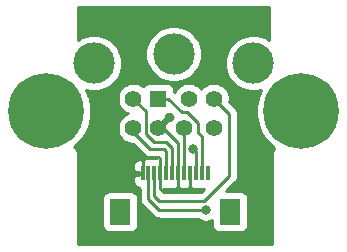
<source format=gtl>
%TF.GenerationSoftware,KiCad,Pcbnew,5.1.12-84ad8e8a86~92~ubuntu20.04.1*%
%TF.CreationDate,2021-12-07T00:18:18-06:00*%
%TF.ProjectId,portboard_ffc,706f7274-626f-4617-9264-5f6666632e6b,rev?*%
%TF.SameCoordinates,Original*%
%TF.FileFunction,Copper,L1,Top*%
%TF.FilePolarity,Positive*%
%FSLAX46Y46*%
G04 Gerber Fmt 4.6, Leading zero omitted, Abs format (unit mm)*
G04 Created by KiCad (PCBNEW 5.1.12-84ad8e8a86~92~ubuntu20.04.1) date 2021-12-07 00:18:18*
%MOMM*%
%LPD*%
G01*
G04 APERTURE LIST*
%TA.AperFunction,SMDPad,CuDef*%
%ADD10R,0.300000X1.300000*%
%TD*%
%TA.AperFunction,SMDPad,CuDef*%
%ADD11R,1.800000X2.200000*%
%TD*%
%TA.AperFunction,ComponentPad*%
%ADD12C,1.422400*%
%TD*%
%TA.AperFunction,ComponentPad*%
%ADD13R,1.422400X1.422400*%
%TD*%
%TA.AperFunction,ComponentPad*%
%ADD14C,3.500000*%
%TD*%
%TA.AperFunction,ComponentPad*%
%ADD15C,6.400000*%
%TD*%
%TA.AperFunction,ViaPad*%
%ADD16C,0.800000*%
%TD*%
%TA.AperFunction,Conductor*%
%ADD17C,0.250000*%
%TD*%
%TA.AperFunction,Conductor*%
%ADD18C,0.254000*%
%TD*%
%TA.AperFunction,Conductor*%
%ADD19C,0.150000*%
%TD*%
G04 APERTURE END LIST*
D10*
%TO.P,J1,12*%
%TO.N,+5V*%
X69806000Y-44886000D03*
%TO.P,J1,11*%
%TO.N,/HSKo*%
X69306000Y-44886000D03*
%TO.P,J1,10*%
%TO.N,/HSKi*%
X68806000Y-44886000D03*
%TO.P,J1,9*%
%TO.N,GND*%
X68306000Y-44886000D03*
%TO.P,J1,8*%
%TO.N,/GPi*%
X67806000Y-44886000D03*
%TO.P,J1,7*%
%TO.N,GND*%
X67306000Y-44886000D03*
%TO.P,J1,6*%
%TO.N,/TXD-*%
X66806000Y-44886000D03*
%TO.P,J1,5*%
%TO.N,/TXD+*%
X66306000Y-44886000D03*
%TO.P,J1,4*%
%TO.N,GND*%
X65806000Y-44886000D03*
%TO.P,J1,3*%
%TO.N,/RXD-*%
X65306000Y-44886000D03*
%TO.P,J1,2*%
%TO.N,/RXD+*%
X64806000Y-44886000D03*
%TO.P,J1,1*%
%TO.N,GND*%
X64306000Y-44886000D03*
D11*
%TO.P,J1,MP*%
%TO.N,N/C*%
X62406000Y-48136000D03*
X71706000Y-48136000D03*
%TD*%
D12*
%TO.P,J2,7*%
%TO.N,/GPi*%
X67829000Y-41053000D03*
%TO.P,J2,4*%
%TO.N,GND*%
X65629000Y-41053000D03*
%TO.P,J2,6*%
%TO.N,/TXD+*%
X63529000Y-41053000D03*
%TO.P,J2,8*%
%TO.N,/RXD+*%
X70329000Y-41053000D03*
%TO.P,J2,5*%
%TO.N,/RXD-*%
X70329000Y-38553000D03*
%TO.P,J2,3*%
%TO.N,/TXD-*%
X63529000Y-38553000D03*
D13*
%TO.P,J2,1*%
%TO.N,/HSKo*%
X65629000Y-38553000D03*
D12*
%TO.P,J2,2*%
%TO.N,/HSKi*%
X68229000Y-38553000D03*
D14*
%TO.P,J2,SH2*%
%TO.N,N/C*%
X66929000Y-34753000D03*
%TO.P,J2,SH3*%
X60179000Y-35553000D03*
%TO.P,J2,SH1*%
X73679000Y-35553000D03*
%TD*%
D15*
%TO.P,H2,1*%
%TO.N,N/C*%
X77724000Y-39624000D03*
%TD*%
%TO.P,H1,1*%
%TO.N,N/C*%
X56134000Y-39624000D03*
%TD*%
D16*
%TO.N,/HSKi*%
X68580000Y-42799000D03*
%TO.N,/RXD+*%
X69659500Y-47942500D03*
%TD*%
D17*
%TO.N,/GPi*%
X67806000Y-41076000D02*
X67829000Y-41053000D01*
X67806000Y-44886000D02*
X67806000Y-41076000D01*
%TO.N,/HSKo*%
X66467211Y-38553000D02*
X65629000Y-38553000D01*
X67601711Y-39687500D02*
X66467211Y-38553000D01*
X69024500Y-40640000D02*
X68072000Y-39687500D01*
X68072000Y-39687500D02*
X67601711Y-39687500D01*
X69024500Y-41465500D02*
X69024500Y-40640000D01*
X69306000Y-41747000D02*
X69024500Y-41465500D01*
X69306000Y-44886000D02*
X69306000Y-41747000D01*
%TO.N,/HSKi*%
X68806000Y-43025000D02*
X68806000Y-44886000D01*
X68580000Y-42799000D02*
X68806000Y-43025000D01*
%TO.N,/RXD-*%
X71628000Y-39852000D02*
X70329000Y-38553000D01*
X71628000Y-45085000D02*
X71628000Y-39852000D01*
X69532500Y-47180500D02*
X71628000Y-45085000D01*
X65659000Y-47180500D02*
X69532500Y-47180500D01*
X65306000Y-46827500D02*
X65659000Y-47180500D01*
X65306000Y-44886000D02*
X65306000Y-46827500D01*
%TO.N,/RXD+*%
X65722500Y-47942500D02*
X69659500Y-47942500D01*
X64806000Y-47026000D02*
X65722500Y-47942500D01*
X64806000Y-44886000D02*
X64806000Y-47026000D01*
%TO.N,/TXD-*%
X66807509Y-42739598D02*
X66289900Y-42221989D01*
X66806000Y-44886000D02*
X66807509Y-44884491D01*
X66807509Y-44884491D02*
X66807509Y-42739598D01*
X66289900Y-42221989D02*
X65273900Y-42221989D01*
X65273900Y-42221989D02*
X64565201Y-41513290D01*
X64565201Y-41513290D02*
X64565201Y-39589201D01*
X64565201Y-39589201D02*
X63529000Y-38553000D01*
%TO.N,/TXD+*%
X63529000Y-41053000D02*
X63529000Y-41367500D01*
X63529000Y-41367500D02*
X64960500Y-42799000D01*
X64960500Y-42799000D02*
X66103500Y-42799000D01*
X66306000Y-43001500D02*
X66306000Y-44886000D01*
X66103500Y-42799000D02*
X66306000Y-43001500D01*
%TO.N,GND*%
X67306000Y-44886000D02*
X67306000Y-42287000D01*
X66072000Y-41053000D02*
X65629000Y-41053000D01*
X67306000Y-42287000D02*
X66072000Y-41053000D01*
X64306000Y-44886000D02*
X64306000Y-43644000D01*
X64306000Y-43644000D02*
X64452500Y-43497500D01*
X64452500Y-43497500D02*
X65659000Y-43497500D01*
X65806000Y-43644500D02*
X65806000Y-44886000D01*
X65659000Y-43497500D02*
X65806000Y-43644500D01*
X65806000Y-44886000D02*
X65806000Y-46184500D01*
X65806000Y-46184500D02*
X65913000Y-46291500D01*
X65913000Y-46291500D02*
X67373500Y-46291500D01*
X67306000Y-46224000D02*
X67306000Y-44886000D01*
X67373500Y-46291500D02*
X67306000Y-46224000D01*
X67373500Y-46291500D02*
X68135500Y-46291500D01*
X68306000Y-46121000D02*
X68306000Y-44886000D01*
X68135500Y-46291500D02*
X68306000Y-46121000D01*
%TD*%
D18*
%TO.N,GND*%
X75032001Y-33588631D02*
X74808721Y-33439440D01*
X74374679Y-33259654D01*
X73913902Y-33168000D01*
X73444098Y-33168000D01*
X72983321Y-33259654D01*
X72549279Y-33439440D01*
X72158651Y-33700450D01*
X71826450Y-34032651D01*
X71565440Y-34423279D01*
X71385654Y-34857321D01*
X71294000Y-35318098D01*
X71294000Y-35787902D01*
X71385654Y-36248679D01*
X71565440Y-36682721D01*
X71826450Y-37073349D01*
X72158651Y-37405550D01*
X72549279Y-37666560D01*
X72983321Y-37846346D01*
X73444098Y-37938000D01*
X73913902Y-37938000D01*
X74303489Y-37860507D01*
X74036377Y-38505372D01*
X73889000Y-39246285D01*
X73889000Y-40001715D01*
X74036377Y-40742628D01*
X74325467Y-41440554D01*
X74745161Y-42068670D01*
X75279330Y-42602839D01*
X75464384Y-42726488D01*
X75394575Y-42811550D01*
X75333290Y-42926207D01*
X75295550Y-43050617D01*
X75282807Y-43180000D01*
X75286000Y-43212418D01*
X75286001Y-50902000D01*
X58826000Y-50902000D01*
X58826000Y-47036000D01*
X60867928Y-47036000D01*
X60867928Y-49236000D01*
X60880188Y-49360482D01*
X60916498Y-49480180D01*
X60975463Y-49590494D01*
X61054815Y-49687185D01*
X61151506Y-49766537D01*
X61261820Y-49825502D01*
X61381518Y-49861812D01*
X61506000Y-49874072D01*
X63306000Y-49874072D01*
X63430482Y-49861812D01*
X63550180Y-49825502D01*
X63660494Y-49766537D01*
X63757185Y-49687185D01*
X63836537Y-49590494D01*
X63895502Y-49480180D01*
X63931812Y-49360482D01*
X63944072Y-49236000D01*
X63944072Y-47036000D01*
X63931812Y-46911518D01*
X63895502Y-46791820D01*
X63836537Y-46681506D01*
X63757185Y-46584815D01*
X63660494Y-46505463D01*
X63550180Y-46446498D01*
X63430482Y-46410188D01*
X63306000Y-46397928D01*
X61506000Y-46397928D01*
X61381518Y-46410188D01*
X61261820Y-46446498D01*
X61151506Y-46505463D01*
X61054815Y-46584815D01*
X60975463Y-46681506D01*
X60916498Y-46791820D01*
X60880188Y-46911518D01*
X60867928Y-47036000D01*
X58826000Y-47036000D01*
X58826000Y-43212418D01*
X58829193Y-43180000D01*
X58816450Y-43050617D01*
X58778710Y-42926207D01*
X58717425Y-42811550D01*
X58634948Y-42711052D01*
X58537010Y-42630676D01*
X58578670Y-42602839D01*
X59112839Y-42068670D01*
X59532533Y-41440554D01*
X59821623Y-40742628D01*
X59969000Y-40001715D01*
X59969000Y-39246285D01*
X59821623Y-38505372D01*
X59786431Y-38420411D01*
X62182800Y-38420411D01*
X62182800Y-38685589D01*
X62234533Y-38945672D01*
X62336013Y-39190665D01*
X62483338Y-39411153D01*
X62670847Y-39598662D01*
X62891335Y-39745987D01*
X63028976Y-39803000D01*
X62891335Y-39860013D01*
X62670847Y-40007338D01*
X62483338Y-40194847D01*
X62336013Y-40415335D01*
X62234533Y-40660328D01*
X62182800Y-40920411D01*
X62182800Y-41185589D01*
X62234533Y-41445672D01*
X62336013Y-41690665D01*
X62483338Y-41911153D01*
X62670847Y-42098662D01*
X62891335Y-42245987D01*
X63136328Y-42347467D01*
X63396411Y-42399200D01*
X63485899Y-42399200D01*
X64396700Y-43310002D01*
X64420499Y-43339001D01*
X64536224Y-43433974D01*
X64668253Y-43504546D01*
X64811514Y-43548003D01*
X64923167Y-43559000D01*
X64923175Y-43559000D01*
X64960500Y-43562676D01*
X64997825Y-43559000D01*
X65546000Y-43559000D01*
X65546000Y-43606792D01*
X65456000Y-43597928D01*
X65156000Y-43597928D01*
X65056000Y-43607777D01*
X64956000Y-43597928D01*
X64656000Y-43597928D01*
X64552535Y-43608118D01*
X64487750Y-43601000D01*
X64455503Y-43633247D01*
X64411820Y-43646498D01*
X64301506Y-43705463D01*
X64261525Y-43738275D01*
X64124250Y-43601000D01*
X64021268Y-43612315D01*
X63902182Y-43650584D01*
X63792850Y-43711350D01*
X63697474Y-43792278D01*
X63619718Y-43890258D01*
X63562572Y-44001525D01*
X63528230Y-44121802D01*
X63518014Y-44246468D01*
X63521000Y-44600250D01*
X63679750Y-44759000D01*
X64017928Y-44759000D01*
X64017928Y-45013000D01*
X63679750Y-45013000D01*
X63521000Y-45171750D01*
X63518014Y-45525532D01*
X63528230Y-45650198D01*
X63562572Y-45770475D01*
X63619718Y-45881742D01*
X63697474Y-45979722D01*
X63792850Y-46060650D01*
X63902182Y-46121416D01*
X64021268Y-46159685D01*
X64046001Y-46162402D01*
X64046001Y-46988668D01*
X64042324Y-47026000D01*
X64046001Y-47063333D01*
X64056998Y-47174986D01*
X64062613Y-47193497D01*
X64100454Y-47318246D01*
X64171026Y-47450276D01*
X64242201Y-47537002D01*
X64266000Y-47566001D01*
X64294998Y-47589799D01*
X65158701Y-48453503D01*
X65182499Y-48482501D01*
X65298224Y-48577474D01*
X65430253Y-48648046D01*
X65573514Y-48691503D01*
X65685167Y-48702500D01*
X65685175Y-48702500D01*
X65722500Y-48706176D01*
X65759825Y-48702500D01*
X68955789Y-48702500D01*
X68999726Y-48746437D01*
X69169244Y-48859705D01*
X69357602Y-48937726D01*
X69557561Y-48977500D01*
X69761439Y-48977500D01*
X69961398Y-48937726D01*
X70149756Y-48859705D01*
X70167928Y-48847563D01*
X70167928Y-49236000D01*
X70180188Y-49360482D01*
X70216498Y-49480180D01*
X70275463Y-49590494D01*
X70354815Y-49687185D01*
X70451506Y-49766537D01*
X70561820Y-49825502D01*
X70681518Y-49861812D01*
X70806000Y-49874072D01*
X72606000Y-49874072D01*
X72730482Y-49861812D01*
X72850180Y-49825502D01*
X72960494Y-49766537D01*
X73057185Y-49687185D01*
X73136537Y-49590494D01*
X73195502Y-49480180D01*
X73231812Y-49360482D01*
X73244072Y-49236000D01*
X73244072Y-47036000D01*
X73231812Y-46911518D01*
X73195502Y-46791820D01*
X73136537Y-46681506D01*
X73057185Y-46584815D01*
X72960494Y-46505463D01*
X72850180Y-46446498D01*
X72730482Y-46410188D01*
X72606000Y-46397928D01*
X71389874Y-46397928D01*
X72139004Y-45648798D01*
X72168001Y-45625001D01*
X72262974Y-45509276D01*
X72333546Y-45377247D01*
X72377003Y-45233986D01*
X72388000Y-45122333D01*
X72388000Y-45122332D01*
X72391677Y-45085000D01*
X72388000Y-45047667D01*
X72388000Y-39889322D01*
X72391676Y-39851999D01*
X72388000Y-39814676D01*
X72388000Y-39814667D01*
X72377003Y-39703014D01*
X72333546Y-39559753D01*
X72262974Y-39427724D01*
X72230933Y-39388682D01*
X72191799Y-39340996D01*
X72191795Y-39340992D01*
X72168001Y-39311999D01*
X72139008Y-39288205D01*
X71652170Y-38801368D01*
X71675200Y-38685589D01*
X71675200Y-38420411D01*
X71623467Y-38160328D01*
X71521987Y-37915335D01*
X71374662Y-37694847D01*
X71187153Y-37507338D01*
X70966665Y-37360013D01*
X70721672Y-37258533D01*
X70461589Y-37206800D01*
X70196411Y-37206800D01*
X69936328Y-37258533D01*
X69691335Y-37360013D01*
X69470847Y-37507338D01*
X69283338Y-37694847D01*
X69279000Y-37701339D01*
X69274662Y-37694847D01*
X69087153Y-37507338D01*
X68866665Y-37360013D01*
X68621672Y-37258533D01*
X68361589Y-37206800D01*
X68096411Y-37206800D01*
X67836328Y-37258533D01*
X67591335Y-37360013D01*
X67370847Y-37507338D01*
X67183338Y-37694847D01*
X67036013Y-37915335D01*
X66998515Y-38005862D01*
X66978272Y-37989249D01*
X66978272Y-37841800D01*
X66966012Y-37717318D01*
X66929702Y-37597620D01*
X66870737Y-37487306D01*
X66791385Y-37390615D01*
X66694694Y-37311263D01*
X66584380Y-37252298D01*
X66464682Y-37215988D01*
X66340200Y-37203728D01*
X64917800Y-37203728D01*
X64793318Y-37215988D01*
X64673620Y-37252298D01*
X64563306Y-37311263D01*
X64466615Y-37390615D01*
X64387263Y-37487306D01*
X64379344Y-37502120D01*
X64166665Y-37360013D01*
X63921672Y-37258533D01*
X63661589Y-37206800D01*
X63396411Y-37206800D01*
X63136328Y-37258533D01*
X62891335Y-37360013D01*
X62670847Y-37507338D01*
X62483338Y-37694847D01*
X62336013Y-37915335D01*
X62234533Y-38160328D01*
X62182800Y-38420411D01*
X59786431Y-38420411D01*
X59554511Y-37860507D01*
X59944098Y-37938000D01*
X60413902Y-37938000D01*
X60874679Y-37846346D01*
X61308721Y-37666560D01*
X61699349Y-37405550D01*
X62031550Y-37073349D01*
X62292560Y-36682721D01*
X62472346Y-36248679D01*
X62564000Y-35787902D01*
X62564000Y-35318098D01*
X62472346Y-34857321D01*
X62331836Y-34518098D01*
X64544000Y-34518098D01*
X64544000Y-34987902D01*
X64635654Y-35448679D01*
X64815440Y-35882721D01*
X65076450Y-36273349D01*
X65408651Y-36605550D01*
X65799279Y-36866560D01*
X66233321Y-37046346D01*
X66694098Y-37138000D01*
X67163902Y-37138000D01*
X67624679Y-37046346D01*
X68058721Y-36866560D01*
X68449349Y-36605550D01*
X68781550Y-36273349D01*
X69042560Y-35882721D01*
X69222346Y-35448679D01*
X69314000Y-34987902D01*
X69314000Y-34518098D01*
X69222346Y-34057321D01*
X69042560Y-33623279D01*
X68781550Y-33232651D01*
X68449349Y-32900450D01*
X68058721Y-32639440D01*
X67624679Y-32459654D01*
X67163902Y-32368000D01*
X66694098Y-32368000D01*
X66233321Y-32459654D01*
X65799279Y-32639440D01*
X65408651Y-32900450D01*
X65076450Y-33232651D01*
X64815440Y-33623279D01*
X64635654Y-34057321D01*
X64544000Y-34518098D01*
X62331836Y-34518098D01*
X62292560Y-34423279D01*
X62031550Y-34032651D01*
X61699349Y-33700450D01*
X61308721Y-33439440D01*
X60874679Y-33259654D01*
X60413902Y-33168000D01*
X59944098Y-33168000D01*
X59483321Y-33259654D01*
X59049279Y-33439440D01*
X58826000Y-33588631D01*
X58826000Y-30822500D01*
X75032000Y-30822500D01*
X75032001Y-33588631D01*
%TA.AperFunction,Conductor*%
D19*
G36*
X75032001Y-33588631D02*
G01*
X74808721Y-33439440D01*
X74374679Y-33259654D01*
X73913902Y-33168000D01*
X73444098Y-33168000D01*
X72983321Y-33259654D01*
X72549279Y-33439440D01*
X72158651Y-33700450D01*
X71826450Y-34032651D01*
X71565440Y-34423279D01*
X71385654Y-34857321D01*
X71294000Y-35318098D01*
X71294000Y-35787902D01*
X71385654Y-36248679D01*
X71565440Y-36682721D01*
X71826450Y-37073349D01*
X72158651Y-37405550D01*
X72549279Y-37666560D01*
X72983321Y-37846346D01*
X73444098Y-37938000D01*
X73913902Y-37938000D01*
X74303489Y-37860507D01*
X74036377Y-38505372D01*
X73889000Y-39246285D01*
X73889000Y-40001715D01*
X74036377Y-40742628D01*
X74325467Y-41440554D01*
X74745161Y-42068670D01*
X75279330Y-42602839D01*
X75464384Y-42726488D01*
X75394575Y-42811550D01*
X75333290Y-42926207D01*
X75295550Y-43050617D01*
X75282807Y-43180000D01*
X75286000Y-43212418D01*
X75286001Y-50902000D01*
X58826000Y-50902000D01*
X58826000Y-47036000D01*
X60867928Y-47036000D01*
X60867928Y-49236000D01*
X60880188Y-49360482D01*
X60916498Y-49480180D01*
X60975463Y-49590494D01*
X61054815Y-49687185D01*
X61151506Y-49766537D01*
X61261820Y-49825502D01*
X61381518Y-49861812D01*
X61506000Y-49874072D01*
X63306000Y-49874072D01*
X63430482Y-49861812D01*
X63550180Y-49825502D01*
X63660494Y-49766537D01*
X63757185Y-49687185D01*
X63836537Y-49590494D01*
X63895502Y-49480180D01*
X63931812Y-49360482D01*
X63944072Y-49236000D01*
X63944072Y-47036000D01*
X63931812Y-46911518D01*
X63895502Y-46791820D01*
X63836537Y-46681506D01*
X63757185Y-46584815D01*
X63660494Y-46505463D01*
X63550180Y-46446498D01*
X63430482Y-46410188D01*
X63306000Y-46397928D01*
X61506000Y-46397928D01*
X61381518Y-46410188D01*
X61261820Y-46446498D01*
X61151506Y-46505463D01*
X61054815Y-46584815D01*
X60975463Y-46681506D01*
X60916498Y-46791820D01*
X60880188Y-46911518D01*
X60867928Y-47036000D01*
X58826000Y-47036000D01*
X58826000Y-43212418D01*
X58829193Y-43180000D01*
X58816450Y-43050617D01*
X58778710Y-42926207D01*
X58717425Y-42811550D01*
X58634948Y-42711052D01*
X58537010Y-42630676D01*
X58578670Y-42602839D01*
X59112839Y-42068670D01*
X59532533Y-41440554D01*
X59821623Y-40742628D01*
X59969000Y-40001715D01*
X59969000Y-39246285D01*
X59821623Y-38505372D01*
X59786431Y-38420411D01*
X62182800Y-38420411D01*
X62182800Y-38685589D01*
X62234533Y-38945672D01*
X62336013Y-39190665D01*
X62483338Y-39411153D01*
X62670847Y-39598662D01*
X62891335Y-39745987D01*
X63028976Y-39803000D01*
X62891335Y-39860013D01*
X62670847Y-40007338D01*
X62483338Y-40194847D01*
X62336013Y-40415335D01*
X62234533Y-40660328D01*
X62182800Y-40920411D01*
X62182800Y-41185589D01*
X62234533Y-41445672D01*
X62336013Y-41690665D01*
X62483338Y-41911153D01*
X62670847Y-42098662D01*
X62891335Y-42245987D01*
X63136328Y-42347467D01*
X63396411Y-42399200D01*
X63485899Y-42399200D01*
X64396700Y-43310002D01*
X64420499Y-43339001D01*
X64536224Y-43433974D01*
X64668253Y-43504546D01*
X64811514Y-43548003D01*
X64923167Y-43559000D01*
X64923175Y-43559000D01*
X64960500Y-43562676D01*
X64997825Y-43559000D01*
X65546000Y-43559000D01*
X65546000Y-43606792D01*
X65456000Y-43597928D01*
X65156000Y-43597928D01*
X65056000Y-43607777D01*
X64956000Y-43597928D01*
X64656000Y-43597928D01*
X64552535Y-43608118D01*
X64487750Y-43601000D01*
X64455503Y-43633247D01*
X64411820Y-43646498D01*
X64301506Y-43705463D01*
X64261525Y-43738275D01*
X64124250Y-43601000D01*
X64021268Y-43612315D01*
X63902182Y-43650584D01*
X63792850Y-43711350D01*
X63697474Y-43792278D01*
X63619718Y-43890258D01*
X63562572Y-44001525D01*
X63528230Y-44121802D01*
X63518014Y-44246468D01*
X63521000Y-44600250D01*
X63679750Y-44759000D01*
X64017928Y-44759000D01*
X64017928Y-45013000D01*
X63679750Y-45013000D01*
X63521000Y-45171750D01*
X63518014Y-45525532D01*
X63528230Y-45650198D01*
X63562572Y-45770475D01*
X63619718Y-45881742D01*
X63697474Y-45979722D01*
X63792850Y-46060650D01*
X63902182Y-46121416D01*
X64021268Y-46159685D01*
X64046001Y-46162402D01*
X64046001Y-46988668D01*
X64042324Y-47026000D01*
X64046001Y-47063333D01*
X64056998Y-47174986D01*
X64062613Y-47193497D01*
X64100454Y-47318246D01*
X64171026Y-47450276D01*
X64242201Y-47537002D01*
X64266000Y-47566001D01*
X64294998Y-47589799D01*
X65158701Y-48453503D01*
X65182499Y-48482501D01*
X65298224Y-48577474D01*
X65430253Y-48648046D01*
X65573514Y-48691503D01*
X65685167Y-48702500D01*
X65685175Y-48702500D01*
X65722500Y-48706176D01*
X65759825Y-48702500D01*
X68955789Y-48702500D01*
X68999726Y-48746437D01*
X69169244Y-48859705D01*
X69357602Y-48937726D01*
X69557561Y-48977500D01*
X69761439Y-48977500D01*
X69961398Y-48937726D01*
X70149756Y-48859705D01*
X70167928Y-48847563D01*
X70167928Y-49236000D01*
X70180188Y-49360482D01*
X70216498Y-49480180D01*
X70275463Y-49590494D01*
X70354815Y-49687185D01*
X70451506Y-49766537D01*
X70561820Y-49825502D01*
X70681518Y-49861812D01*
X70806000Y-49874072D01*
X72606000Y-49874072D01*
X72730482Y-49861812D01*
X72850180Y-49825502D01*
X72960494Y-49766537D01*
X73057185Y-49687185D01*
X73136537Y-49590494D01*
X73195502Y-49480180D01*
X73231812Y-49360482D01*
X73244072Y-49236000D01*
X73244072Y-47036000D01*
X73231812Y-46911518D01*
X73195502Y-46791820D01*
X73136537Y-46681506D01*
X73057185Y-46584815D01*
X72960494Y-46505463D01*
X72850180Y-46446498D01*
X72730482Y-46410188D01*
X72606000Y-46397928D01*
X71389874Y-46397928D01*
X72139004Y-45648798D01*
X72168001Y-45625001D01*
X72262974Y-45509276D01*
X72333546Y-45377247D01*
X72377003Y-45233986D01*
X72388000Y-45122333D01*
X72388000Y-45122332D01*
X72391677Y-45085000D01*
X72388000Y-45047667D01*
X72388000Y-39889322D01*
X72391676Y-39851999D01*
X72388000Y-39814676D01*
X72388000Y-39814667D01*
X72377003Y-39703014D01*
X72333546Y-39559753D01*
X72262974Y-39427724D01*
X72230933Y-39388682D01*
X72191799Y-39340996D01*
X72191795Y-39340992D01*
X72168001Y-39311999D01*
X72139008Y-39288205D01*
X71652170Y-38801368D01*
X71675200Y-38685589D01*
X71675200Y-38420411D01*
X71623467Y-38160328D01*
X71521987Y-37915335D01*
X71374662Y-37694847D01*
X71187153Y-37507338D01*
X70966665Y-37360013D01*
X70721672Y-37258533D01*
X70461589Y-37206800D01*
X70196411Y-37206800D01*
X69936328Y-37258533D01*
X69691335Y-37360013D01*
X69470847Y-37507338D01*
X69283338Y-37694847D01*
X69279000Y-37701339D01*
X69274662Y-37694847D01*
X69087153Y-37507338D01*
X68866665Y-37360013D01*
X68621672Y-37258533D01*
X68361589Y-37206800D01*
X68096411Y-37206800D01*
X67836328Y-37258533D01*
X67591335Y-37360013D01*
X67370847Y-37507338D01*
X67183338Y-37694847D01*
X67036013Y-37915335D01*
X66998515Y-38005862D01*
X66978272Y-37989249D01*
X66978272Y-37841800D01*
X66966012Y-37717318D01*
X66929702Y-37597620D01*
X66870737Y-37487306D01*
X66791385Y-37390615D01*
X66694694Y-37311263D01*
X66584380Y-37252298D01*
X66464682Y-37215988D01*
X66340200Y-37203728D01*
X64917800Y-37203728D01*
X64793318Y-37215988D01*
X64673620Y-37252298D01*
X64563306Y-37311263D01*
X64466615Y-37390615D01*
X64387263Y-37487306D01*
X64379344Y-37502120D01*
X64166665Y-37360013D01*
X63921672Y-37258533D01*
X63661589Y-37206800D01*
X63396411Y-37206800D01*
X63136328Y-37258533D01*
X62891335Y-37360013D01*
X62670847Y-37507338D01*
X62483338Y-37694847D01*
X62336013Y-37915335D01*
X62234533Y-38160328D01*
X62182800Y-38420411D01*
X59786431Y-38420411D01*
X59554511Y-37860507D01*
X59944098Y-37938000D01*
X60413902Y-37938000D01*
X60874679Y-37846346D01*
X61308721Y-37666560D01*
X61699349Y-37405550D01*
X62031550Y-37073349D01*
X62292560Y-36682721D01*
X62472346Y-36248679D01*
X62564000Y-35787902D01*
X62564000Y-35318098D01*
X62472346Y-34857321D01*
X62331836Y-34518098D01*
X64544000Y-34518098D01*
X64544000Y-34987902D01*
X64635654Y-35448679D01*
X64815440Y-35882721D01*
X65076450Y-36273349D01*
X65408651Y-36605550D01*
X65799279Y-36866560D01*
X66233321Y-37046346D01*
X66694098Y-37138000D01*
X67163902Y-37138000D01*
X67624679Y-37046346D01*
X68058721Y-36866560D01*
X68449349Y-36605550D01*
X68781550Y-36273349D01*
X69042560Y-35882721D01*
X69222346Y-35448679D01*
X69314000Y-34987902D01*
X69314000Y-34518098D01*
X69222346Y-34057321D01*
X69042560Y-33623279D01*
X68781550Y-33232651D01*
X68449349Y-32900450D01*
X68058721Y-32639440D01*
X67624679Y-32459654D01*
X67163902Y-32368000D01*
X66694098Y-32368000D01*
X66233321Y-32459654D01*
X65799279Y-32639440D01*
X65408651Y-32900450D01*
X65076450Y-33232651D01*
X64815440Y-33623279D01*
X64635654Y-34057321D01*
X64544000Y-34518098D01*
X62331836Y-34518098D01*
X62292560Y-34423279D01*
X62031550Y-34032651D01*
X61699349Y-33700450D01*
X61308721Y-33439440D01*
X60874679Y-33259654D01*
X60413902Y-33168000D01*
X59944098Y-33168000D01*
X59483321Y-33259654D01*
X59049279Y-33439440D01*
X58826000Y-33588631D01*
X58826000Y-30822500D01*
X75032000Y-30822500D01*
X75032001Y-33588631D01*
G37*
%TD.AperFunction*%
D18*
X68411820Y-46125502D02*
X68455503Y-46138753D01*
X68487750Y-46171000D01*
X68552535Y-46163882D01*
X68656000Y-46174072D01*
X68956000Y-46174072D01*
X69056000Y-46164223D01*
X69156000Y-46174072D01*
X69456000Y-46174072D01*
X69465015Y-46173184D01*
X69217699Y-46420500D01*
X66066000Y-46420500D01*
X66066000Y-46165208D01*
X66156000Y-46174072D01*
X66456000Y-46174072D01*
X66556000Y-46164223D01*
X66656000Y-46174072D01*
X66956000Y-46174072D01*
X67059465Y-46163882D01*
X67124250Y-46171000D01*
X67156497Y-46138753D01*
X67200180Y-46125502D01*
X67306000Y-46068939D01*
X67411820Y-46125502D01*
X67455503Y-46138753D01*
X67487750Y-46171000D01*
X67552535Y-46163882D01*
X67656000Y-46174072D01*
X67956000Y-46174072D01*
X68059465Y-46163882D01*
X68124250Y-46171000D01*
X68156497Y-46138753D01*
X68200180Y-46125502D01*
X68306000Y-46068939D01*
X68411820Y-46125502D01*
%TA.AperFunction,Conductor*%
D19*
G36*
X68411820Y-46125502D02*
G01*
X68455503Y-46138753D01*
X68487750Y-46171000D01*
X68552535Y-46163882D01*
X68656000Y-46174072D01*
X68956000Y-46174072D01*
X69056000Y-46164223D01*
X69156000Y-46174072D01*
X69456000Y-46174072D01*
X69465015Y-46173184D01*
X69217699Y-46420500D01*
X66066000Y-46420500D01*
X66066000Y-46165208D01*
X66156000Y-46174072D01*
X66456000Y-46174072D01*
X66556000Y-46164223D01*
X66656000Y-46174072D01*
X66956000Y-46174072D01*
X67059465Y-46163882D01*
X67124250Y-46171000D01*
X67156497Y-46138753D01*
X67200180Y-46125502D01*
X67306000Y-46068939D01*
X67411820Y-46125502D01*
X67455503Y-46138753D01*
X67487750Y-46171000D01*
X67552535Y-46163882D01*
X67656000Y-46174072D01*
X67956000Y-46174072D01*
X68059465Y-46163882D01*
X68124250Y-46171000D01*
X68156497Y-46138753D01*
X68200180Y-46125502D01*
X68306000Y-46068939D01*
X68411820Y-46125502D01*
G37*
%TD.AperFunction*%
D18*
X66908797Y-40069388D02*
X66783338Y-40194847D01*
X66688348Y-40337009D01*
X66558273Y-40303332D01*
X65808605Y-41053000D01*
X65822748Y-41067143D01*
X65643143Y-41246748D01*
X65629000Y-41232605D01*
X65614858Y-41246748D01*
X65435253Y-41067143D01*
X65449395Y-41053000D01*
X65435253Y-41038858D01*
X65614858Y-40859253D01*
X65629000Y-40873395D01*
X66378668Y-40123727D01*
X66321332Y-39902272D01*
X66340200Y-39902272D01*
X66464682Y-39890012D01*
X66584380Y-39853702D01*
X66655237Y-39815828D01*
X66908797Y-40069388D01*
%TA.AperFunction,Conductor*%
D19*
G36*
X66908797Y-40069388D02*
G01*
X66783338Y-40194847D01*
X66688348Y-40337009D01*
X66558273Y-40303332D01*
X65808605Y-41053000D01*
X65822748Y-41067143D01*
X65643143Y-41246748D01*
X65629000Y-41232605D01*
X65614858Y-41246748D01*
X65435253Y-41067143D01*
X65449395Y-41053000D01*
X65435253Y-41038858D01*
X65614858Y-40859253D01*
X65629000Y-40873395D01*
X66378668Y-40123727D01*
X66321332Y-39902272D01*
X66340200Y-39902272D01*
X66464682Y-39890012D01*
X66584380Y-39853702D01*
X66655237Y-39815828D01*
X66908797Y-40069388D01*
G37*
%TD.AperFunction*%
%TD*%
M02*

</source>
